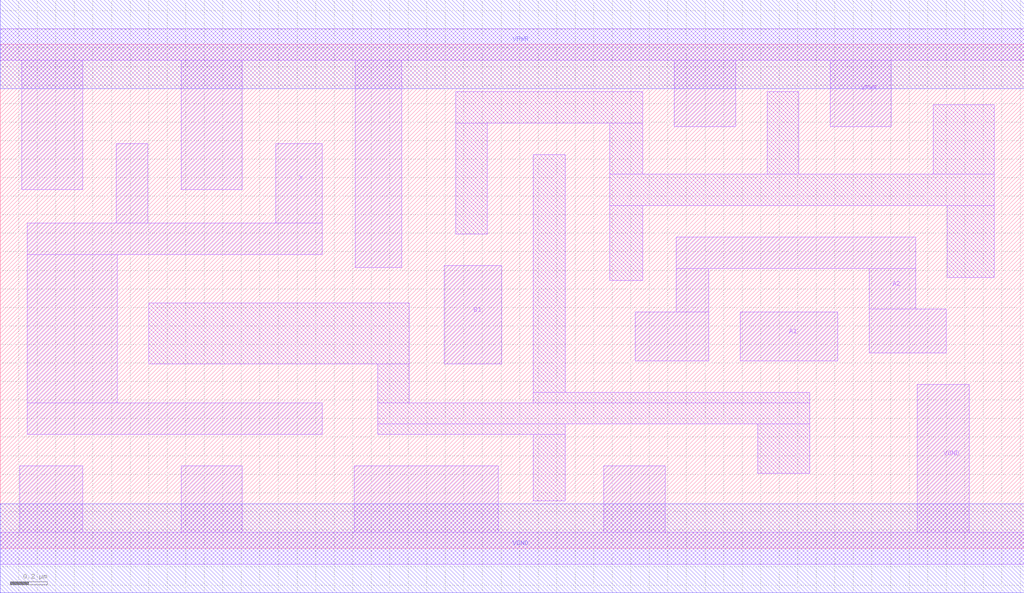
<source format=lef>
# Copyright 2020 The SkyWater PDK Authors
#
# Licensed under the Apache License, Version 2.0 (the "License");
# you may not use this file except in compliance with the License.
# You may obtain a copy of the License at
#
#     https://www.apache.org/licenses/LICENSE-2.0
#
# Unless required by applicable law or agreed to in writing, software
# distributed under the License is distributed on an "AS IS" BASIS,
# WITHOUT WARRANTIES OR CONDITIONS OF ANY KIND, either express or implied.
# See the License for the specific language governing permissions and
# limitations under the License.
#
# SPDX-License-Identifier: Apache-2.0

VERSION 5.5 ;
NAMESCASESENSITIVE ON ;
BUSBITCHARS "[]" ;
DIVIDERCHAR "/" ;
MACRO sky130_fd_sc_hd__a21o_4
  CLASS CORE ;
  SOURCE USER ;
  ORIGIN  0.000000  0.000000 ;
  SIZE  5.520000 BY  2.720000 ;
  SYMMETRY X Y R90 ;
  SITE unithd ;
  PIN A1
    ANTENNAGATEAREA  0.495000 ;
    DIRECTION INPUT ;
    USE SIGNAL ;
    PORT
      LAYER li1 ;
        RECT 3.990000 1.010000 4.515000 1.275000 ;
    END
  END A1
  PIN A2
    ANTENNAGATEAREA  0.495000 ;
    DIRECTION INPUT ;
    USE SIGNAL ;
    PORT
      LAYER li1 ;
        RECT 3.425000 1.010000 3.820000 1.275000 ;
        RECT 3.645000 1.275000 3.820000 1.510000 ;
        RECT 3.645000 1.510000 4.935000 1.680000 ;
        RECT 4.685000 1.055000 5.100000 1.290000 ;
        RECT 4.685000 1.290000 4.935000 1.510000 ;
    END
  END A2
  PIN B1
    ANTENNAGATEAREA  0.495000 ;
    DIRECTION INPUT ;
    USE SIGNAL ;
    PORT
      LAYER li1 ;
        RECT 2.395000 0.995000 2.705000 1.525000 ;
    END
  END B1
  PIN X
    ANTENNADIFFAREA  0.924000 ;
    DIRECTION OUTPUT ;
    USE SIGNAL ;
    PORT
      LAYER li1 ;
        RECT 0.145000 0.615000 1.735000 0.785000 ;
        RECT 0.145000 0.785000 0.630000 1.585000 ;
        RECT 0.145000 1.585000 1.735000 1.755000 ;
        RECT 0.625000 1.755000 0.795000 2.185000 ;
        RECT 1.485000 1.755000 1.735000 2.185000 ;
    END
  END X
  PIN VGND
    DIRECTION INOUT ;
    SHAPE ABUTMENT ;
    USE GROUND ;
    PORT
      LAYER li1 ;
        RECT 0.000000 -0.085000 5.520000 0.085000 ;
        RECT 0.105000  0.085000 0.445000 0.445000 ;
        RECT 0.975000  0.085000 1.305000 0.445000 ;
        RECT 1.910000  0.085000 2.685000 0.445000 ;
        RECT 3.255000  0.085000 3.585000 0.445000 ;
        RECT 4.945000  0.085000 5.225000 0.885000 ;
    END
    PORT
      LAYER met1 ;
        RECT 0.000000 -0.240000 5.520000 0.240000 ;
    END
  END VGND
  PIN VNB
    DIRECTION INOUT ;
    USE GROUND ;
    PORT
    END
  END VNB
  PIN VPB
    DIRECTION INOUT ;
    USE POWER ;
    PORT
    END
  END VPB
  PIN VPWR
    DIRECTION INOUT ;
    SHAPE ABUTMENT ;
    USE POWER ;
    PORT
      LAYER li1 ;
        RECT 0.000000 2.635000 5.520000 2.805000 ;
        RECT 0.115000 1.935000 0.445000 2.635000 ;
        RECT 0.975000 1.935000 1.305000 2.635000 ;
        RECT 1.915000 1.515000 2.165000 2.635000 ;
        RECT 3.635000 2.275000 3.965000 2.635000 ;
        RECT 4.475000 2.275000 4.805000 2.635000 ;
    END
    PORT
      LAYER met1 ;
        RECT 0.000000 2.480000 5.520000 2.960000 ;
    END
  END VPWR
  OBS
    LAYER li1 ;
      RECT 0.800000 0.995000 2.205000 1.325000 ;
      RECT 2.035000 0.615000 3.045000 0.670000 ;
      RECT 2.035000 0.670000 4.365000 0.785000 ;
      RECT 2.035000 0.785000 2.205000 0.995000 ;
      RECT 2.455000 1.695000 2.625000 2.295000 ;
      RECT 2.455000 2.295000 3.465000 2.465000 ;
      RECT 2.875000 0.255000 3.045000 0.615000 ;
      RECT 2.875000 0.785000 4.365000 0.840000 ;
      RECT 2.875000 0.840000 3.045000 2.125000 ;
      RECT 3.285000 1.445000 3.465000 1.850000 ;
      RECT 3.285000 1.850000 5.360000 2.020000 ;
      RECT 3.285000 2.020000 3.465000 2.295000 ;
      RECT 4.085000 0.405000 4.365000 0.670000 ;
      RECT 4.135000 2.020000 4.305000 2.465000 ;
      RECT 5.030000 2.020000 5.360000 2.395000 ;
      RECT 5.105000 1.460000 5.360000 1.850000 ;
  END
END sky130_fd_sc_hd__a21o_4
END LIBRARY

</source>
